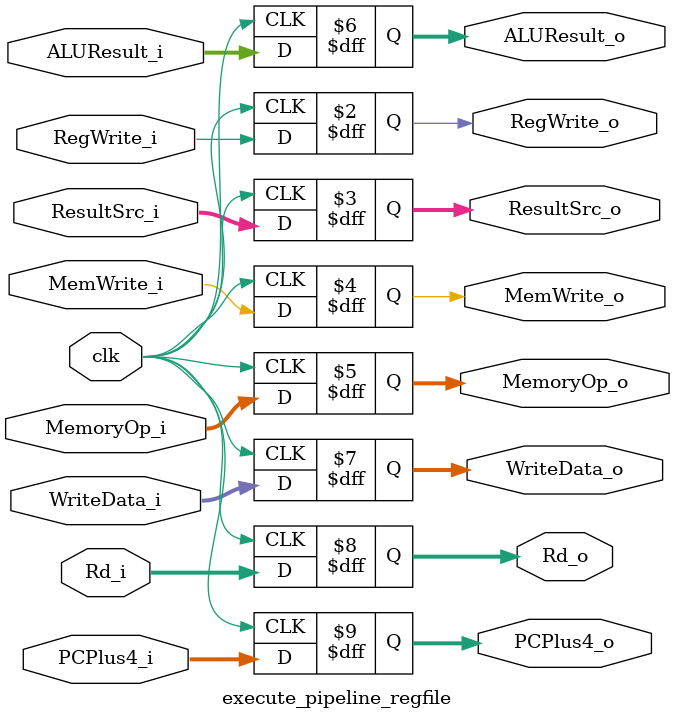
<source format=sv>
module execute_pipeline_regfile #(
    parameter   DATA_WIDTH = 32
) (
    input logic                     clk,

    input logic                     RegWrite_i,
    input logic [1:0]               ResultSrc_i,
    input logic                     MemWrite_i,
    input logic [2:0]               MemoryOp_i,
    input logic [DATA_WIDTH-1:0]    ALUResult_i,
    input logic [DATA_WIDTH-1:0]    WriteData_i,
    input logic [4:0]               Rd_i,
    input logic [DATA_WIDTH-1:0]    PCPlus4_i,
    
    output logic                    RegWrite_o,
    output logic [1:0]              ResultSrc_o,
    output logic                    MemWrite_o,
    output logic [2:0]              MemoryOp_o,
    output logic [DATA_WIDTH-1:0]   ALUResult_o,
    output logic [DATA_WIDTH-1:0]   WriteData_o,
    output logic [4:0]              Rd_o,
    output logic [DATA_WIDTH-1:0]   PCPlus4_o
);

    always_ff @ (negedge clk) begin
        RegWrite_o      <= RegWrite_i;
        ResultSrc_o     <= ResultSrc_i;
        MemWrite_o      <= MemWrite_i;
        MemoryOp_o      <= MemoryOp_i;
        ALUResult_o     <= ALUResult_i;
        WriteData_o     <= WriteData_i;
        Rd_o            <= Rd_i;
        PCPlus4_o       <= PCPlus4_i;
    end

endmodule

</source>
